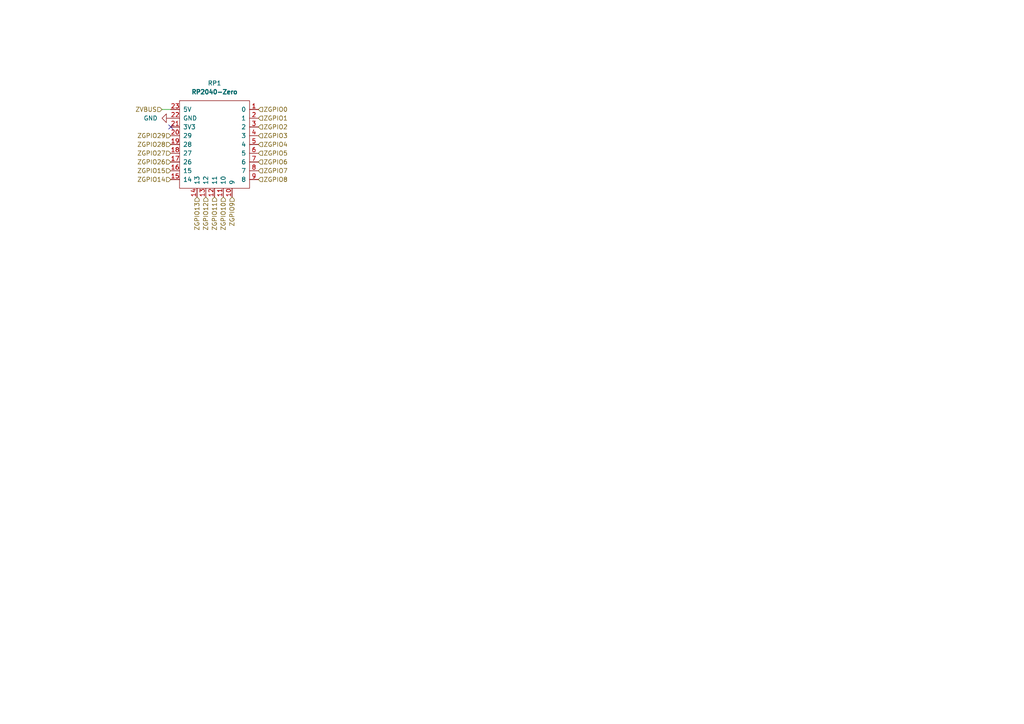
<source format=kicad_sch>
(kicad_sch (version 20250114) (generator "eeschema") (generator_version "9.0")
  (paper "A4")
  (title_block (title "FRANK RM1Z") (date "2025-03-06") (rev "1.00") (company "Mikhail Matveev") (comment 1 "https://github.com/xtremespb/frank"))
  (lib_symbols
    (symbol "FRANK:RP_2040_Zero" (pin_names (offset 1.016))
      (property "Reference" "RP2" (at 0 16.51 0))
      (property "Value" "RP 2040 Zero" (at 0 13.97 0))
      (symbol "RP_2040_Zero_0_1"
        (rectangle (start -10.16 11.43) (end 10.16 -13.97))
      )
      (symbol "RP_2040_Zero_1_1"
        (pin power_out line (at -12.7 8.89 0) (length 2.54) (name "5V") (number "23"))
        (pin power_out line (at -12.7 6.35 0) (length 2.54) (name "GND") (number "22"))
        (pin power_out line (at -12.7 3.81 0) (length 2.54) (name "3V3") (number "21"))
        (pin bidirectional line (at -12.7 1.27 0) (length 2.54) (name "29") (number "20"))
        (pin bidirectional line (at -12.7 -1.27 0) (length 2.54) (name "28") (number "19"))
        (pin bidirectional line (at -12.7 -3.81 0) (length 2.54) (name "27") (number "18"))
        (pin bidirectional line (at -12.7 -6.35 0) (length 2.54) (name "26") (number "17"))
        (pin bidirectional line (at -12.7 -8.89 0) (length 2.54) (name "15") (number "16"))
        (pin bidirectional line (at -12.7 -11.43 0) (length 2.54) (name "14") (number "15"))
        (pin bidirectional line (at -5.08 -16.51 90) (length 2.54) (name "13") (number "14"))
        (pin bidirectional line (at -2.54 -16.51 90) (length 2.54) (name "12") (number "13"))
        (pin bidirectional line (at 0 -16.51 90) (length 2.54) (name "11") (number "12"))
        (pin bidirectional line (at 2.54 -16.51 90) (length 2.54) (name "10") (number "11"))
        (pin bidirectional line (at 5.08 -16.51 90) (length 2.54) (name "9") (number "10"))
        (pin bidirectional line (at 12.7 8.89 180) (length 2.54) (name "0") (number "1"))
        (pin bidirectional line (at 12.7 6.35 180) (length 2.54) (name "1") (number "2"))
        (pin bidirectional line (at 12.7 3.81 180) (length 2.54) (name "2") (number "3"))
        (pin bidirectional line (at 12.7 1.27 180) (length 2.54) (name "3") (number "4"))
        (pin bidirectional line (at 12.7 -1.27 180) (length 2.54) (name "4") (number "5"))
        (pin bidirectional line (at 12.7 -3.81 180) (length 2.54) (name "5") (number "6"))
        (pin bidirectional line (at 12.7 -6.35 180) (length 2.54) (name "6") (number "7"))
        (pin bidirectional line (at 12.7 -8.89 180) (length 2.54) (name "7") (number "8"))
        (pin bidirectional line (at 12.7 -11.43 180) (length 2.54) (name "8") (number "9"))
      )
    )
    (symbol "GND_1" (power) (pin_numbers (hide yes)) (pin_names (offset 0) (hide yes))
      (property "Value" "GND" (at 0 -3.81 0))
      (symbol "GND_1_0_1"
        (polyline (pts (xy 0 0) (xy 0 -1.27) (xy 1.27 -1.27) (xy 0 -2.54) (xy -1.27 -1.27) (xy 0 -1.27)))
      )
      (symbol "GND_1_1_1"
        (pin power_in line (at 0 0 270) (length 0) (name "~") (number "1"))
      )
    )
  )
  (no_connect (at 49.53 36.83))
  (wire (pts (xy 46.99 31.75) (xy 49.53 31.75)))
  (hierarchical_label "ZGPIO26" (shape input) (at 49.53 46.99 180))
  (hierarchical_label "ZGPIO7" (shape input) (at 74.93 49.53 0))
  (hierarchical_label "ZGPIO14" (shape input) (at 49.53 52.07 180))
  (hierarchical_label "ZGPIO2" (shape input) (at 74.93 36.83 0))
  (hierarchical_label "ZGPIO9" (shape input) (at 67.31 57.15 270))
  (hierarchical_label "ZGPIO10" (shape input) (at 64.77 57.15 270))
  (hierarchical_label "ZGPIO11" (shape input) (at 62.23 57.15 270))
  (hierarchical_label "ZGPIO12" (shape input) (at 59.69 57.15 270))
  (hierarchical_label "ZGPIO0" (shape input) (at 74.93 31.75 0))
  (hierarchical_label "ZGPIO13" (shape input) (at 57.15 57.15 270))
  (hierarchical_label "ZVBUS" (shape input) (at 46.99 31.75 180))
  (hierarchical_label "ZGPIO28" (shape input) (at 49.53 41.91 180))
  (hierarchical_label "ZGPIO15" (shape input) (at 49.53 49.53 180))
  (hierarchical_label "ZGPIO1" (shape input) (at 74.93 34.29 0))
  (hierarchical_label "ZGPIO5" (shape input) (at 74.93 44.45 0))
  (hierarchical_label "ZGPIO29" (shape input) (at 49.53 39.37 180))
  (hierarchical_label "ZGPIO8" (shape input) (at 74.93 52.07 0))
  (hierarchical_label "ZGPIO3" (shape input) (at 74.93 39.37 0))
  (hierarchical_label "ZGPIO27" (shape input) (at 49.53 44.45 180))
  (hierarchical_label "ZGPIO6" (shape input) (at 74.93 46.99 0))
  (hierarchical_label "ZGPIO4" (shape input) (at 74.93 41.91 0))
  (symbol (lib_id "FRANK:RP_2040_Zero") (at 62.23 40.64 0) (unit 1)
    (property "Reference" "RP1" (at 62.23 24.13 0))
    (property "Value" "RP2040-Zero" (at 62.23 26.67 0) (effects (font (bold yes))))
    (property "Footprint" "FRANK:Raspberry Pi Zero (on board)" (effects (hide yes)))
    (property "Datasheet" "https://files.waveshare.com/upload/f/fd/Rp2040_datasheet.pdf" (effects (hide yes)))
    (property "AliExpress" "https://www.aliexpress.com/item/1005006354505058.html" (effects (hide yes)))
  )
  (symbol (lib_name "GND_1") (lib_id "power:GND") (at 49.53 34.29 270) (unit 1)
    (property "Reference" "#PWR054" (effects (hide yes)))
    (property "Value" "GND" (at 45.72 34.2899 90) (effects (justify right)))
    (property "Description" "Power symbol creates a global label with name \"GND\" , ground" (effects (hide yes)))
  )
)
</source>
